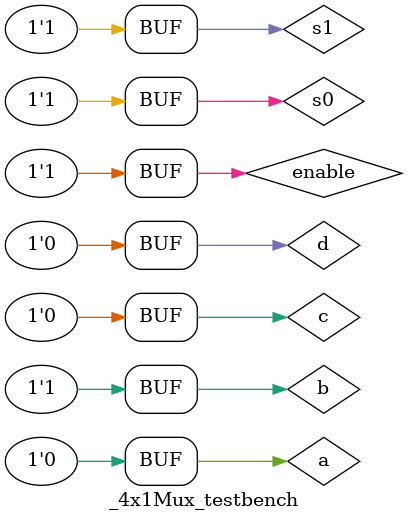
<source format=v>
`define DELAY 20
module _4x1Mux_testbench(); 
reg  a, b, c, d, s0, s1, enable;
wire res;

// FXMT stands for FourMuxTestbench
_4x1Mux FMXT(res, a, b, c, d, s0, s1, enable);

initial begin
a = 1'b0; b = 1'b0; c = 1'b0; d = 1'b0; s0 = 1'b1; s1 = 1'b1; enable = 1'b1;
#`DELAY;
a = 1'b1; b = 1'b0; c = 1'b0; d = 1'b0; s0 = 1'b1; s1 = 1'b1; enable = 1'b0;
#`DELAY;
a = 1'b1; b = 1'b1; c = 1'b1; d = 1'b0; s0 = 1'b1; s1 = 1'b0; enable = 1'b0;
#`DELAY;
a = 1'b0; b = 1'b1; c = 1'b0; d = 1'b0; s0 = 1'b1; s1 = 1'b1; enable = 1'b1;
end
 
 
initial
begin
$monitor("4XMUX Test: time = %2d, result=%1b a =%1b, b =%1b,c =%1b, d =%1b, s0 =%1b, s1 =%1b, en =%1b", $time,res,a, b, c, d, s0, s1, enable);
end
 
endmodule
</source>
